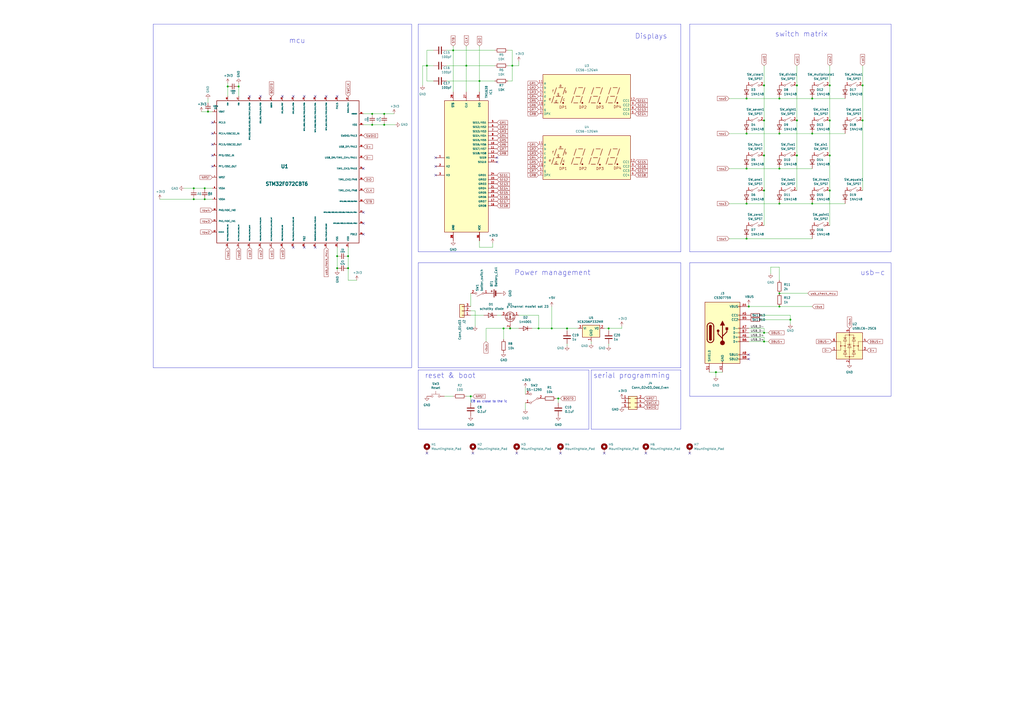
<source format=kicad_sch>
(kicad_sch (version 20230121) (generator eeschema)
  (paper "A2")
  (junction (at 262.89 29.21))
  (junction (at 452.12 77.47))
  (junction (at 138.43 50.165))
  (junction (at 222.885 66.04))
  (junction (at 481.33 49.53))
  (junction (at 222.885 72.39))
  (junction (at 112.395 109.22))
  (junction (at 452.12 57.15))
  (junction (at 443.23 193.04))
  (junction (at 458.47 185.42))
  (junction (at 295.91 190.5))
  (junction (at 297.18 38.1))
  (junction (at 443.23 49.53))
  (junction (at 462.28 49.53))
  (junction (at 433.07 77.47))
  (junction (at 132.08 50.165))
  (junction (at 201.93 155.575))
  (junction (at 443.23 198.12))
  (junction (at 443.23 110.49))
  (junction (at 452.12 177.8))
  (junction (at 452.12 170.18))
  (junction (at 270.51 38.1))
  (junction (at 195.58 148.59))
  (junction (at 112.395 115.57))
  (junction (at 118.745 115.57))
  (junction (at 452.12 118.11))
  (junction (at 443.23 69.85))
  (junction (at 328.93 190.5))
  (junction (at 320.04 190.5))
  (junction (at 471.17 77.47))
  (junction (at 215.9 66.04))
  (junction (at 471.17 118.11))
  (junction (at 481.33 69.85))
  (junction (at 215.9 72.39))
  (junction (at 278.13 46.99))
  (junction (at 500.38 69.85))
  (junction (at 462.28 90.17))
  (junction (at 312.42 190.5))
  (junction (at 292.1 190.5))
  (junction (at 481.33 110.49))
  (junction (at 433.07 118.11))
  (junction (at 471.17 57.15))
  (junction (at 452.12 97.79))
  (junction (at 481.33 90.17))
  (junction (at 415.29 215.9))
  (junction (at 443.23 90.17))
  (junction (at 433.07 138.43))
  (junction (at 195.58 155.575))
  (junction (at 433.07 97.79))
  (junction (at 118.745 109.22))
  (junction (at 462.28 69.85))
  (junction (at 353.06 190.5))
  (junction (at 273.05 229.87))
  (junction (at 433.07 57.15))
  (junction (at 201.93 148.59))
  (junction (at 120.65 64.77))
  (junction (at 434.34 177.8))
  (junction (at 323.85 231.14))
  (junction (at 500.38 49.53))
  (junction (at 247.65 38.1))
  (no_connect (at 288.29 93.98))
  (no_connect (at 252.73 96.52))
  (no_connect (at 210.82 97.79))
  (no_connect (at 123.19 90.17))
  (no_connect (at 210.82 135.89))
  (no_connect (at 288.29 91.44))
  (no_connect (at 350.52 262.89))
  (no_connect (at 299.72 262.89))
  (no_connect (at 163.83 55.88))
  (no_connect (at 210.82 123.19))
  (no_connect (at 123.19 71.12))
  (no_connect (at 123.19 77.47))
  (no_connect (at 210.82 129.54))
  (no_connect (at 176.53 55.88))
  (no_connect (at 189.23 55.88))
  (no_connect (at 374.65 262.89))
  (no_connect (at 252.73 101.6))
  (no_connect (at 144.78 55.88))
  (no_connect (at 151.13 55.88))
  (no_connect (at 434.34 205.74))
  (no_connect (at 182.88 143.51))
  (no_connect (at 176.53 143.51))
  (no_connect (at 195.58 55.88))
  (no_connect (at 434.34 208.28))
  (no_connect (at 123.19 83.82))
  (no_connect (at 252.73 91.44))
  (no_connect (at 274.32 262.89))
  (no_connect (at 247.65 262.89))
  (no_connect (at 170.18 143.51))
  (no_connect (at 182.88 55.88))
  (no_connect (at 170.18 55.88))
  (no_connect (at 400.05 262.89))
  (no_connect (at 123.19 96.52))
  (no_connect (at 325.12 262.89))
  (wire (pts (xy 278.13 139.7) (xy 278.13 143.51)))
  (wire (pts (xy 116.84 64.77) (xy 120.65 64.77)))
  (wire (pts (xy 222.885 66.04) (xy 222.885 66.675)))
  (wire (pts (xy 462.28 90.17) (xy 462.28 110.49)))
  (wire (pts (xy 278.13 46.99) (xy 287.02 46.99)))
  (wire (pts (xy 132.08 50.165) (xy 132.08 55.88)))
  (wire (pts (xy 443.23 193.04) (xy 445.77 193.04)))
  (wire (pts (xy 350.52 190.5) (xy 353.06 190.5)))
  (wire (pts (xy 481.33 90.17) (xy 481.33 110.49)))
  (wire (pts (xy 471.17 118.11) (xy 490.22 118.11)))
  (wire (pts (xy 458.47 182.88) (xy 458.47 185.42)))
  (wire (pts (xy 222.885 66.04) (xy 228.6 66.04)))
  (wire (pts (xy 471.17 57.15) (xy 490.22 57.15)))
  (wire (pts (xy 441.96 182.88) (xy 458.47 182.88)))
  (wire (pts (xy 247.65 38.1) (xy 247.65 46.99)))
  (wire (pts (xy 481.33 38.1) (xy 481.33 49.53)))
  (wire (pts (xy 452.12 162.56) (xy 452.12 154.94)))
  (wire (pts (xy 434.34 176.53) (xy 434.34 177.8)))
  (wire (pts (xy 259.08 46.99) (xy 278.13 46.99)))
  (wire (pts (xy 294.64 29.21) (xy 297.18 29.21)))
  (wire (pts (xy 201.93 148.59) (xy 201.93 155.575)))
  (wire (pts (xy 195.58 148.59) (xy 196.215 148.59)))
  (wire (pts (xy 262.89 29.21) (xy 262.89 53.34)))
  (wire (pts (xy 434.34 195.58) (xy 443.23 195.58)))
  (wire (pts (xy 434.34 190.5) (xy 443.23 190.5)))
  (wire (pts (xy 112.395 115.57) (xy 118.745 115.57)))
  (wire (pts (xy 118.745 115.57) (xy 118.745 114.935)))
  (wire (pts (xy 481.33 69.85) (xy 481.33 90.17)))
  (wire (pts (xy 443.23 38.1) (xy 443.23 49.53)))
  (wire (pts (xy 273.05 229.87) (xy 273.05 233.68)))
  (wire (pts (xy 215.9 66.04) (xy 222.885 66.04)))
  (wire (pts (xy 215.9 72.39) (xy 222.885 72.39)))
  (wire (pts (xy 443.23 198.12) (xy 445.77 198.12)))
  (wire (pts (xy 443.23 49.53) (xy 443.23 69.85)))
  (wire (pts (xy 443.23 110.49) (xy 443.23 130.81)))
  (wire (pts (xy 245.11 38.1) (xy 245.11 49.53)))
  (wire (pts (xy 320.04 177.8) (xy 320.04 190.5)))
  (wire (pts (xy 353.06 190.5) (xy 360.68 190.5)))
  (wire (pts (xy 323.85 231.14) (xy 325.12 231.14)))
  (wire (pts (xy 481.33 49.53) (xy 481.33 69.85)))
  (wire (pts (xy 278.13 46.99) (xy 278.13 53.34)))
  (wire (pts (xy 118.745 115.57) (xy 123.19 115.57)))
  (wire (pts (xy 195.58 156.845) (xy 195.58 155.575)))
  (wire (pts (xy 297.18 38.1) (xy 300.99 38.1)))
  (wire (pts (xy 434.34 193.04) (xy 443.23 193.04)))
  (wire (pts (xy 500.38 69.85) (xy 500.38 110.49)))
  (wire (pts (xy 257.81 229.87) (xy 262.89 229.87)))
  (wire (pts (xy 132.08 50.165) (xy 132.715 50.165)))
  (wire (pts (xy 458.47 185.42) (xy 458.47 187.96)))
  (wire (pts (xy 422.91 97.79) (xy 433.07 97.79)))
  (wire (pts (xy 106.68 109.22) (xy 112.395 109.22)))
  (wire (pts (xy 112.395 109.22) (xy 112.395 109.855)))
  (wire (pts (xy 328.93 190.5) (xy 335.28 190.5)))
  (wire (pts (xy 297.18 38.1) (xy 297.18 46.99)))
  (wire (pts (xy 300.99 35.56) (xy 300.99 38.1)))
  (wire (pts (xy 215.9 66.04) (xy 215.9 66.675)))
  (wire (pts (xy 322.58 231.14) (xy 323.85 231.14)))
  (wire (pts (xy 411.48 215.9) (xy 415.29 215.9)))
  (wire (pts (xy 462.28 49.53) (xy 462.28 69.85)))
  (wire (pts (xy 443.23 195.58) (xy 443.23 198.12)))
  (wire (pts (xy 195.58 155.575) (xy 196.215 155.575)))
  (wire (pts (xy 452.12 118.11) (xy 471.17 118.11)))
  (wire (pts (xy 433.07 97.79) (xy 452.12 97.79)))
  (wire (pts (xy 201.295 155.575) (xy 201.93 155.575)))
  (wire (pts (xy 195.58 143.51) (xy 195.58 148.59)))
  (wire (pts (xy 262.89 29.21) (xy 287.02 29.21)))
  (wire (pts (xy 222.885 71.755) (xy 222.885 72.39)))
  (wire (pts (xy 247.65 29.21) (xy 247.65 38.1)))
  (wire (pts (xy 452.12 177.8) (xy 471.17 177.8)))
  (wire (pts (xy 471.17 77.47) (xy 490.22 77.47)))
  (wire (pts (xy 273.05 170.18) (xy 273.05 177.8)))
  (wire (pts (xy 462.28 38.1) (xy 462.28 49.53)))
  (wire (pts (xy 452.12 154.94) (xy 447.04 154.94)))
  (wire (pts (xy 422.91 57.15) (xy 433.07 57.15)))
  (wire (pts (xy 281.94 198.12) (xy 281.94 190.5)))
  (wire (pts (xy 247.65 38.1) (xy 245.11 38.1)))
  (wire (pts (xy 118.745 109.22) (xy 123.19 109.22)))
  (wire (pts (xy 433.07 138.43) (xy 471.17 138.43)))
  (wire (pts (xy 270.51 38.1) (xy 287.02 38.1)))
  (wire (pts (xy 201.93 162.56) (xy 207.01 162.56)))
  (wire (pts (xy 259.08 29.21) (xy 262.89 29.21)))
  (wire (pts (xy 112.395 109.22) (xy 118.745 109.22)))
  (wire (pts (xy 210.82 66.04) (xy 215.9 66.04)))
  (wire (pts (xy 441.96 185.42) (xy 458.47 185.42)))
  (wire (pts (xy 443.23 190.5) (xy 443.23 193.04)))
  (wire (pts (xy 275.59 180.34) (xy 275.59 189.23)))
  (wire (pts (xy 247.65 38.1) (xy 251.46 38.1)))
  (wire (pts (xy 443.23 90.17) (xy 443.23 110.49)))
  (wire (pts (xy 500.38 49.53) (xy 500.38 69.85)))
  (wire (pts (xy 262.89 26.67) (xy 262.89 29.21)))
  (wire (pts (xy 312.42 182.88) (xy 312.42 190.5)))
  (wire (pts (xy 120.65 64.77) (xy 123.19 64.77)))
  (wire (pts (xy 452.12 97.79) (xy 471.17 97.79)))
  (wire (pts (xy 297.18 29.21) (xy 297.18 38.1)))
  (wire (pts (xy 294.64 38.1) (xy 297.18 38.1)))
  (wire (pts (xy 342.9 198.12) (xy 342.9 199.39)))
  (wire (pts (xy 295.91 190.5) (xy 300.99 190.5)))
  (wire (pts (xy 215.9 72.39) (xy 215.9 71.755)))
  (wire (pts (xy 452.12 77.47) (xy 471.17 77.47)))
  (wire (pts (xy 273.05 180.34) (xy 275.59 180.34)))
  (wire (pts (xy 422.91 118.11) (xy 433.07 118.11)))
  (wire (pts (xy 433.07 118.11) (xy 452.12 118.11)))
  (wire (pts (xy 308.61 190.5) (xy 312.42 190.5)))
  (wire (pts (xy 481.33 110.49) (xy 481.33 130.81)))
  (wire (pts (xy 422.91 77.47) (xy 433.07 77.47)))
  (wire (pts (xy 270.51 38.1) (xy 270.51 53.34)))
  (wire (pts (xy 353.06 199.39) (xy 353.06 200.66)))
  (wire (pts (xy 304.8 224.79) (xy 304.8 228.6)))
  (wire (pts (xy 92.71 115.57) (xy 112.395 115.57)))
  (wire (pts (xy 201.93 155.575) (xy 201.93 162.56)))
  (wire (pts (xy 132.08 48.26) (xy 132.08 50.165)))
  (wire (pts (xy 353.06 191.77) (xy 353.06 190.5)))
  (wire (pts (xy 328.93 191.77) (xy 328.93 190.5)))
  (wire (pts (xy 415.29 215.9) (xy 419.1 215.9)))
  (wire (pts (xy 323.85 231.14) (xy 323.85 233.68)))
  (wire (pts (xy 270.51 229.87) (xy 273.05 229.87)))
  (wire (pts (xy 285.75 140.97) (xy 285.75 143.51)))
  (wire (pts (xy 500.38 38.1) (xy 500.38 49.53)))
  (wire (pts (xy 118.745 109.22) (xy 118.745 109.855)))
  (wire (pts (xy 422.91 138.43) (xy 433.07 138.43)))
  (wire (pts (xy 259.08 38.1) (xy 270.51 38.1)))
  (wire (pts (xy 270.51 26.67) (xy 270.51 38.1)))
  (wire (pts (xy 120.65 57.15) (xy 120.65 59.69)))
  (wire (pts (xy 210.82 72.39) (xy 215.9 72.39)))
  (wire (pts (xy 273.05 182.88) (xy 280.67 182.88)))
  (wire (pts (xy 112.395 114.935) (xy 112.395 115.57)))
  (wire (pts (xy 247.65 46.99) (xy 251.46 46.99)))
  (wire (pts (xy 452.12 170.18) (xy 468.63 170.18)))
  (wire (pts (xy 195.58 148.59) (xy 195.58 155.575)))
  (wire (pts (xy 312.42 190.5) (xy 320.04 190.5)))
  (wire (pts (xy 278.13 26.67) (xy 278.13 46.99)))
  (wire (pts (xy 300.99 182.88) (xy 312.42 182.88)))
  (wire (pts (xy 328.93 199.39) (xy 328.93 200.66)))
  (wire (pts (xy 222.885 72.39) (xy 229.235 72.39)))
  (wire (pts (xy 201.93 148.59) (xy 201.295 148.59)))
  (wire (pts (xy 138.43 48.26) (xy 138.43 50.165)))
  (wire (pts (xy 201.93 143.51) (xy 201.93 148.59)))
  (wire (pts (xy 278.13 143.51) (xy 285.75 143.51)))
  (wire (pts (xy 452.12 57.15) (xy 471.17 57.15)))
  (wire (pts (xy 415.29 215.9) (xy 415.29 218.44)))
  (wire (pts (xy 273.05 229.87) (xy 274.32 229.87)))
  (wire (pts (xy 297.18 46.99) (xy 294.64 46.99)))
  (wire (pts (xy 138.43 50.165) (xy 137.795 50.165)))
  (wire (pts (xy 433.07 57.15) (xy 452.12 57.15)))
  (wire (pts (xy 304.8 233.68) (xy 304.8 237.49)))
  (wire (pts (xy 433.07 77.47) (xy 452.12 77.47)))
  (wire (pts (xy 292.1 190.5) (xy 292.1 196.85)))
  (wire (pts (xy 281.94 190.5) (xy 292.1 190.5)))
  (wire (pts (xy 434.34 198.12) (xy 443.23 198.12)))
  (wire (pts (xy 434.34 177.8) (xy 452.12 177.8)))
  (wire (pts (xy 251.46 29.21) (xy 247.65 29.21)))
  (wire (pts (xy 360.68 190.5) (xy 360.68 189.23)))
  (wire (pts (xy 462.28 69.85) (xy 462.28 90.17)))
  (wire (pts (xy 320.04 190.5) (xy 328.93 190.5)))
  (wire (pts (xy 288.29 182.88) (xy 290.83 182.88)))
  (wire (pts (xy 443.23 69.85) (xy 443.23 90.17)))
  (wire (pts (xy 292.1 190.5) (xy 295.91 190.5)))
  (wire (pts (xy 138.43 50.165) (xy 138.43 55.88)))
  (wire (pts (xy 447.04 154.94) (xy 447.04 158.75)))
  (rectangle (start 400.05 13.97) (end 516.89 146.05))
  (rectangle (start 242.57 214.63) (end 341.63 248.92))
  (rectangle (start 88.9 13.97) (end 238.76 213.36))
  (rectangle (start 342.9 214.63) (end 394.97 248.92))
  (rectangle (start 242.57 13.97) (end 394.97 146.05))
  (rectangle (start 242.57 152.4) (end 394.97 213.36))
  (rectangle (start 400.05 152.4) (end 516.89 229.87))
  (text "Displays" (at 368.3 22.86 0) (effects (font (size 3 3)) (justify left bottom)))
  (text "serial programming" (at 344.17 219.71 0) (effects (font (size 3 3)) (justify left bottom)))
  (text "mcu\n" (at 167.64 25.4 0) (effects (font (size 3 3)) (justify left bottom)))
  (text "switch matrix" (at 449.58 21.59 0) (effects (font (size 3 3)) (justify left bottom)))
  (text "usb-c" (at 499.11 160.02 0) (effects (font (size 3 3)) (justify left bottom)))
  (text "Power management" (at 298.45 160.02 0) (effects (font (size 3 3)) (justify left bottom)))
  (text "C8 as close to the ic\n" (at 273.05 233.68 0) (effects (font (size 1.27 1.27)) (justify left bottom)))
  (text "reset & boot" (at 246.38 219.71 0) (effects (font (size 3 3)) (justify left bottom)))
  (label "USB_D-" (at 443.23 190.5 180))
  (label "USB_D-" (at 443.23 193.04 180))
  (label "USB_D+" (at 443.23 198.12 180))
  (label "USB_D+" (at 443.23 195.58 180))
  (global_label "usb_check_mcu" (shape input) (at 468.63 170.18 0) (property "Intersheetrefs" "${INTERSHEET_REFS}" (effects hide)))
  (global_label "GR7" (shape input) (at 288.29 86.36 0) (property "Intersheetrefs" "${INTERSHEET_REFS}" (effects hide)))
  (global_label "GR8" (shape input) (at 312.42 101.6 180) (property "Intersheetrefs" "${INTERSHEET_REFS}" (effects hide)))
  (global_label "STB" (shape input) (at 210.82 116.84 0) (property "Intersheetrefs" "${INTERSHEET_REFS}" (effects hide)))
  (global_label "SEG4" (shape input) (at 288.29 109.22 0) (property "Intersheetrefs" "${INTERSHEET_REFS}" (effects hide)))
  (global_label "col0" (shape input) (at 163.83 143.51 270) (property "Intersheetrefs" "${INTERSHEET_REFS}" (effects hide)))
  (global_label "D+" (shape input) (at 502.92 203.2 0) (property "Intersheetrefs" "${INTERSHEET_REFS}" (effects hide)))
  (global_label "SEG3" (shape input) (at 288.29 106.68 0) (property "Intersheetrefs" "${INTERSHEET_REFS}" (effects hide)))
  (global_label "SWDIO" (shape input) (at 373.38 236.22 0) (property "Intersheetrefs" "${INTERSHEET_REFS}" (effects hide)))
  (global_label "GR1" (shape input) (at 312.42 48.26 180) (property "Intersheetrefs" "${INTERSHEET_REFS}" (effects hide)))
  (global_label "SEG6" (shape input) (at 288.29 114.3 0) (property "Intersheetrefs" "${INTERSHEET_REFS}" (effects hide)))
  (global_label "col0" (shape input) (at 443.23 38.1 90) (property "Intersheetrefs" "${INTERSHEET_REFS}" (effects hide)))
  (global_label "GR6" (shape input) (at 288.29 83.82 0) (property "Intersheetrefs" "${INTERSHEET_REFS}" (effects hide)))
  (global_label "row2" (shape input) (at 123.19 134.62 180) (property "Intersheetrefs" "${INTERSHEET_REFS}" (effects hide)))
  (global_label "GR4" (shape input) (at 288.29 78.74 0) (property "Intersheetrefs" "${INTERSHEET_REFS}" (effects hide)))
  (global_label "row3" (shape input) (at 422.91 118.11 180) (property "Intersheetrefs" "${INTERSHEET_REFS}" (effects hide)))
  (global_label "row0" (shape input) (at 422.91 57.15 180) (property "Intersheetrefs" "${INTERSHEET_REFS}" (effects hide)))
  (global_label "GR4" (shape input) (at 312.42 55.88 180) (property "Intersheetrefs" "${INTERSHEET_REFS}" (effects hide)))
  (global_label "usb_check_mcu" (shape input) (at 189.23 143.51 270) (property "Intersheetrefs" "${INTERSHEET_REFS}" (effects hide)))
  (global_label "col2" (shape input) (at 481.33 38.1 90) (property "Intersheetrefs" "${INTERSHEET_REFS}" (effects hide)))
  (global_label "SEG8" (shape input) (at 368.3 101.6 0) (property "Intersheetrefs" "${INTERSHEET_REFS}" (effects hide)))
  (global_label "col1" (shape input) (at 462.28 38.1 90) (property "Intersheetrefs" "${INTERSHEET_REFS}" (effects hide)))
  (global_label "col3" (shape input) (at 500.38 38.1 90) (property "Intersheetrefs" "${INTERSHEET_REFS}" (effects hide)))
  (global_label "DBUS-" (shape input) (at 482.6 198.12 180) (property "Intersheetrefs" "${INTERSHEET_REFS}" (effects hide)))
  (global_label "col1" (shape input) (at 157.48 143.51 270) (property "Intersheetrefs" "${INTERSHEET_REFS}" (effects hide)))
  (global_label "vbus" (shape input) (at 281.94 198.12 270) (property "Intersheetrefs" "${INTERSHEET_REFS}" (effects hide)))
  (global_label "NRST" (shape input) (at 274.32 229.87 0) (property "Intersheetrefs" "${INTERSHEET_REFS}" (effects hide)))
  (global_label "SEG4" (shape input) (at 368.3 66.04 0) (property "Intersheetrefs" "${INTERSHEET_REFS}" (effects hide)))
  (global_label "SWDIO" (shape input) (at 210.82 78.74 0) (property "Intersheetrefs" "${INTERSHEET_REFS}" (effects hide)))
  (global_label "GR2" (shape input) (at 288.29 73.66 0) (property "Intersheetrefs" "${INTERSHEET_REFS}" (effects hide)))
  (global_label "DIO" (shape input) (at 210.82 104.14 0) (property "Intersheetrefs" "${INTERSHEET_REFS}" (effects hide)))
  (global_label "NRST" (shape input) (at 123.19 102.87 180) (property "Intersheetrefs" "${INTERSHEET_REFS}" (effects hide)))
  (global_label "NRST" (shape input) (at 373.38 231.14 0) (property "Intersheetrefs" "${INTERSHEET_REFS}" (effects hide)))
  (global_label "GR3" (shape input) (at 288.29 76.2 0) (property "Intersheetrefs" "${INTERSHEET_REFS}" (effects hide)))
  (global_label "DBUS+" (shape input) (at 445.77 198.12 0) (property "Intersheetrefs" "${INTERSHEET_REFS}" (effects hide)))
  (global_label "D+" (shape input) (at 210.82 85.09 0) (property "Intersheetrefs" "${INTERSHEET_REFS}" (effects hide)))
  (global_label "SWCLK" (shape input) (at 373.38 233.68 0) (property "Intersheetrefs" "${INTERSHEET_REFS}" (effects hide)))
  (global_label "GR2" (shape input) (at 312.42 50.8 180) (property "Intersheetrefs" "${INTERSHEET_REFS}" (effects hide)))
  (global_label "D-" (shape input) (at 482.6 203.2 180) (property "Intersheetrefs" "${INTERSHEET_REFS}" (effects hide)))
  (global_label "BOOT0" (shape input) (at 157.48 55.88 90) (property "Intersheetrefs" "${INTERSHEET_REFS}" (effects hide)))
  (global_label "SEG6" (shape input) (at 368.3 96.52 0) (property "Intersheetrefs" "${INTERSHEET_REFS}" (effects hide)))
  (global_label "row0" (shape input) (at 138.43 143.51 270) (property "Intersheetrefs" "${INTERSHEET_REFS}" (effects hide)))
  (global_label "GR6" (shape input) (at 312.42 96.52 180) (property "Intersheetrefs" "${INTERSHEET_REFS}" (effects hide)))
  (global_label "row4" (shape input) (at 123.19 121.92 180) (property "Intersheetrefs" "${INTERSHEET_REFS}" (effects hide)))
  (global_label "SEG1" (shape input) (at 288.29 101.6 0) (property "Intersheetrefs" "${INTERSHEET_REFS}" (effects hide)))
  (global_label "GR6" (shape input) (at 312.42 60.96 180) (property "Intersheetrefs" "${INTERSHEET_REFS}" (effects hide)))
  (global_label "SEG5" (shape input) (at 288.29 111.76 0) (property "Intersheetrefs" "${INTERSHEET_REFS}" (effects hide)))
  (global_label "GR2" (shape input) (at 312.42 86.36 180) (property "Intersheetrefs" "${INTERSHEET_REFS}" (effects hide)))
  (global_label "vbus" (shape input) (at 492.76 190.5 90) (property "Intersheetrefs" "${INTERSHEET_REFS}" (effects hide)))
  (global_label "SEG1" (shape input) (at 368.3 58.42 0) (property "Intersheetrefs" "${INTERSHEET_REFS}" (effects hide)))
  (global_label "GR3" (shape input) (at 312.42 53.34 180) (property "Intersheetrefs" "${INTERSHEET_REFS}" (effects hide)))
  (global_label "row1" (shape input) (at 132.08 143.51 270) (property "Intersheetrefs" "${INTERSHEET_REFS}" (effects hide)))
  (global_label "BOOT0" (shape input) (at 325.12 231.14 0) (property "Intersheetrefs" "${INTERSHEET_REFS}" (effects hide)))
  (global_label "SEG7" (shape input) (at 288.29 116.84 0) (property "Intersheetrefs" "${INTERSHEET_REFS}" (effects hide)))
  (global_label "GR5" (shape input) (at 288.29 81.28 0) (property "Intersheetrefs" "${INTERSHEET_REFS}" (effects hide)))
  (global_label "DIO" (shape input) (at 278.13 26.67 90) (property "Intersheetrefs" "${INTERSHEET_REFS}" (effects hide)))
  (global_label "vbus" (shape input) (at 471.17 177.8 0) (property "Intersheetrefs" "${INTERSHEET_REFS}" (effects hide)))
  (global_label "GR1" (shape input) (at 288.29 71.12 0) (property "Intersheetrefs" "${INTERSHEET_REFS}" (effects hide)))
  (global_label "GR8" (shape input) (at 288.29 88.9 0) (property "Intersheetrefs" "${INTERSHEET_REFS}" (effects hide)))
  (global_label "GR1" (shape input) (at 312.42 83.82 180) (property "Intersheetrefs" "${INTERSHEET_REFS}" (effects hide)))
  (global_label "STB" (shape input) (at 262.89 26.67 90) (property "Intersheetrefs" "${INTERSHEET_REFS}" (effects hide)))
  (global_label "SEG5" (shape input) (at 368.3 93.98 0) (property "Intersheetrefs" "${INTERSHEET_REFS}" (effects hide)))
  (global_label "col3" (shape input) (at 144.78 143.51 270) (property "Intersheetrefs" "${INTERSHEET_REFS}" (effects hide)))
  (global_label "GR5" (shape input) (at 312.42 93.98 180) (property "Intersheetrefs" "${INTERSHEET_REFS}" (effects hide)))
  (global_label "row1" (shape input) (at 422.91 77.47 180) (property "Intersheetrefs" "${INTERSHEET_REFS}" (effects hide)))
  (global_label "col2" (shape input) (at 151.13 143.51 270) (property "Intersheetrefs" "${INTERSHEET_REFS}" (effects hide)))
  (global_label "GR7" (shape input) (at 312.42 63.5 180) (property "Intersheetrefs" "${INTERSHEET_REFS}" (effects hide)))
  (global_label "SEG7" (shape input) (at 368.3 99.06 0) (property "Intersheetrefs" "${INTERSHEET_REFS}" (effects hide)))
  (global_label "row3" (shape input) (at 123.19 128.27 180) (property "Intersheetrefs" "${INTERSHEET_REFS}" (effects hide)))
  (global_label "CLK" (shape input) (at 210.82 110.49 0) (property "Intersheetrefs" "${INTERSHEET_REFS}" (effects hide)))
  (global_label "row2" (shape input) (at 422.91 97.79 180) (property "Intersheetrefs" "${INTERSHEET_REFS}" (effects hide)))
  (global_label "GR7" (shape input) (at 312.42 99.06 180) (property "Intersheetrefs" "${INTERSHEET_REFS}" (effects hide)))
  (global_label "SEG2" (shape input) (at 368.3 60.96 0) (property "Intersheetrefs" "${INTERSHEET_REFS}" (effects hide)))
  (global_label "row4" (shape input) (at 422.91 138.43 180) (property "Intersheetrefs" "${INTERSHEET_REFS}" (effects hide)))
  (global_label "SEG2" (shape input) (at 288.29 104.14 0) (property "Intersheetrefs" "${INTERSHEET_REFS}" (effects hide)))
  (global_label "SWCLK" (shape input) (at 201.93 55.88 90) (property "Intersheetrefs" "${INTERSHEET_REFS}" (effects hide)))
  (global_label "DBUS-" (shape input) (at 445.77 193.04 0) (property "Intersheetrefs" "${INTERSHEET_REFS}" (effects hide)))
  (global_label "GR4" (shape input) (at 312.42 91.44 180) (property "Intersheetrefs" "${INTERSHEET_REFS}" (effects hide)))
  (global_label "GR5" (shape input) (at 312.42 58.42 180) (property "Intersheetrefs" "${INTERSHEET_REFS}" (effects hide)))
  (global_label "SEG8" (shape input) (at 288.29 119.38 0) (property "Intersheetrefs" "${INTERSHEET_REFS}" (effects hide)))
  (global_label "GR3" (shape input) (at 312.42 88.9 180) (property "Intersheetrefs" "${INTERSHEET_REFS}" (effects hide)))
  (global_label "DBUS+" (shape input) (at 502.92 198.12 0) (property "Intersheetrefs" "${INTERSHEET_REFS}" (effects hide)))
  (global_label "CLK" (shape input) (at 270.51 26.67 90) (property "Intersheetrefs" "${INTERSHEET_REFS}" (effects hide)))
  (global_label "D-" (shape input) (at 210.82 91.44 0) (property "Intersheetrefs" "${INTERSHEET_REFS}" (effects hide)))
  (global_label "GR8" (shape input) (at 312.42 66.04 180) (property "Intersheetrefs" "${INTERSHEET_REFS}" (effects hide)))
  (global_label "SEG3" (shape input) (at 368.3 63.5 0) (property "Intersheetrefs" "${INTERSHEET_REFS}" (effects hide)))
  (symbol (lib_id "power:GND") (at 292.1 204.47 0) (unit 1)
    (property "Reference" "#PWR017" (effects hide))
    (property "Value" "GND" (at 292.227 208.8642 0))
  )
  (symbol (lib_id "Mechanical:MountingHole_Pad") (at 247.65 260.35 0) (unit 1)
    (property "Reference" "H1" (at 250.19 257.81 0) (effects (justify left)))
    (property "Value" "MountingHole_Pad" (at 250.19 260.35 0) (effects (justify left)))
    (property "Footprint" "MountingHole:MountingHole_2.2mm_M2_DIN965_Pad" (effects hide))
  )
  (symbol (lib_id "Device:R") (at 452.12 166.37 0) (unit 1)
    (property "Reference" "R11" (at 454.66 165.1 0) (effects (justify left)))
    (property "Value" "2k" (at 454.66 167.64 0) (effects (justify left)))
    (property "Footprint" "Capacitor_SMD:C_0402_1005Metric" (effects hide))
  )
  (symbol (lib_id "Switch:SW_SPST") (at 495.3 49.53 0) (unit 1)
    (property "Reference" "SW_minus1" (at 495.3 43.18 0))
    (property "Value" "SW_SPST" (at 495.3 45.72 0))
    (property "Footprint" "georgs_lib:geo1.00u_PCB" (effects hide))
  )
  (symbol (lib_id "power:GND") (at 120.65 57.15 180) (unit 1)
    (property "Reference" "#PWR03" (effects hide))
    (property "Value" "GND" (at 120.523 53.8988 90) (effects (justify right)))
  )
  (symbol (lib_id "Device:Battery_Cell") (at 288.29 170.18 90) (unit 1)
    (property "Reference" "BT1" (at 285.1785 166.37 0) (effects (justify left)))
    (property "Value" "Battery_Cell" (at 287.7185 166.37 0) (effects (justify left)))
    (property "Footprint" "Battery:BatteryHolder_Keystone_2460_1xAA" (effects hide))
  )
  (symbol (lib_id "power:GND") (at 138.43 48.26 180) (unit 1)
    (property "Reference" "#PWR02" (effects hide))
    (property "Value" "GND" (at 138.303 45.0088 90) (effects (justify right)))
  )
  (symbol (lib_id "acheron_Symbols:STM32F072-LQFP48") (at 166.37 100.33 0) (unit 1)
    (property "Reference" "U1" (at 165.1 96.52 0) (effects (font (size 2.0066 2.0066) bold)))
    (property "Value" "STM32F072CBT6" (at 166.37 106.68 0) (effects (font (size 2.0066 2.0066) bold)))
    (property "Footprint" "georgs_lib:STM32L072CBT6" (effects hide))
  )
  (symbol (lib_id "Regulator_Linear:NCP1117-3.3_SOT223") (at 342.9 190.5 0) (unit 1)
    (property "Reference" "U5" (at 342.9 184.3532 0))
    (property "Value" "XC6206P332MR " (at 342.9 186.6646 0))
    (property "Footprint" "Package_TO_SOT_SMD:SOT-23" (effects hide))
    (property "Datasheet" "http://www.onsemi.com/pub_link/Collateral/NCP1117-D.PDF" (effects hide))
  )
  (symbol (lib_id "Transistor_FET:BS250") (at 295.91 185.42 270) (mirror x) (unit 1)
    (property "Reference" "Q1" (at 295.91 176.53 90))
    (property "Value" "p channel mosfet sot 23" (at 306.07 177.8 90))
    (property "Footprint" "Package_TO_SOT_SMD:SOT-23" (effects hide))
    (property "Datasheet" "http://www.vishay.com/docs/70209/70209.pdf" (effects hide))
  )
  (symbol (lib_id "Switch:SW_SPST") (at 476.25 110.49 0) (unit 1)
    (property "Reference" "SW_three1" (at 476.25 104.14 0))
    (property "Value" "SW_SPST" (at 476.25 106.68 0))
    (property "Footprint" "georgs_lib:geo1.00u_PCB" (effects hide))
  )
  (symbol (lib_id "Device:R") (at 266.7 229.87 90) (unit 1)
    (property "Reference" "R2" (at 266.7 223.52 90))
    (property "Value" "100" (at 266.7 226.06 90))
    (property "Footprint" "Capacitor_SMD:C_0402_1005Metric" (effects hide))
  )
  (symbol (lib_id "power:GND") (at 290.83 170.18 90) (unit 1)
    (property "Reference" "#PWR013" (effects hide))
    (property "Value" "GND" (at 295.91 170.18 0))
  )
  (symbol (lib_id "power:+3V3") (at 207.01 162.56 0) (unit 1)
    (property "Reference" "#PWR015" (effects hide))
    (property "Value" "+3V3" (at 207.391 158.1658 0))
  )
  (symbol (lib_id "Switch:SW_SPST") (at 476.25 49.53 0) (unit 1)
    (property "Reference" "SW_mutiplicate1" (at 476.25 43.18 0))
    (property "Value" "SW_SPST" (at 476.25 45.72 0))
    (property "Footprint" "georgs_lib:geo1.00u_PCB" (effects hide))
  )
  (symbol (lib_id "Device:D") (at 304.8 190.5 180) (unit 1)
    (property "Reference" "D2" (at 304.8 184.15 0))
    (property "Value" "1n4001" (at 304.8 186.69 0))
    (property "Footprint" "Diode_SMD:Nexperia_CFP3_SOD-123W" (effects hide))
    (property "Sim.Device" "D" (effects hide))
    (property "Sim.Pins" "1=K 2=A" (effects hide))
  )
  (symbol (lib_id "power:GND") (at 262.89 139.7 0) (unit 1)
    (property "Reference" "#PWR014" (effects hide))
    (property "Value" "GND" (at 262.89 144.78 0))
  )
  (symbol (lib_id "Switch:SW_SPST") (at 476.25 130.81 0) (unit 1)
    (property "Reference" "SW_point1" (at 476.25 124.46 0))
    (property "Value" "SW_SPST" (at 476.25 127 0))
    (property "Footprint" "georgs_lib:geo1.00u_PCB" (effects hide))
  )
  (symbol (lib_id "Switch:SW_SPST") (at 495.3 69.85 0) (unit 1)
    (property "Reference" "SW_plus1" (at 495.3 63.5 0))
    (property "Value" "SW_SPST" (at 495.3 66.04 0))
    (property "Footprint" "georgs_lib:geo2.00u_Vertical_PCB" (effects hide))
  )
  (symbol (lib_id "bakeneko-65-pcb-rescue:SW_Push-Switch") (at 252.73 229.87 0) (unit 1)
    (property "Reference" "SW3" (at 252.73 222.631 0))
    (property "Value" "Reset" (at 252.73 224.9424 0))
    (property "Footprint" "Button_Switch_SMD:SW_SPST_TL3342" (effects hide))
    (property "LCSC Part #" "C318884" (effects hide))
  )
  (symbol (lib_id "Connector:USB_C_Receptacle_USB2.0") (at 419.1 193.04 0) (unit 1)
    (property "Reference" "J3" (at 419.1 170.18 0))
    (property "Value" "C5307759" (at 419.1 172.72 0))
    (property "Footprint" "Connector_USB:USB_C_Receptacle_G-Switch_GT-USB-7010ASV" (effects hide))
    (property "Datasheet" "https://www.usb.org/sites/default/files/documents/usb_type-c.zip" (effects hide))
  )
  (symbol (lib_id "power:GND") (at 328.93 200.66 0) (unit 1)
    (property "Reference" "#PWR024" (effects hide))
    (property "Value" "GND" (at 325.12 201.93 0))
  )
  (symbol (lib_id "power:+3V3") (at 228.6 66.04 0) (unit 1)
    (property "Reference" "#PWR021" (effects hide))
    (property "Value" "+3V3" (at 228.981 61.6458 0))
  )
  (symbol (lib_id "Device:D") (at 433.07 53.34 90) (unit 1)
    (property "Reference" "D3" (at 435.61 52.07 90) (effects (justify right)))
    (property "Value" "1N4148" (at 435.61 54.61 90) (effects (justify right)))
    (property "Footprint" "Diode_SMD:Nexperia_CFP3_SOD-123W" (effects hide))
    (property "Sim.Device" "D" (effects hide))
    (property "Sim.Pins" "1=K 2=A" (effects hide))
  )
  (symbol (lib_id "Device:C_Small") (at 112.395 112.395 0) (unit 1)
    (property "Reference" "C4" (at 116.205 112.395 90) (effects (font (size 0.7874 0.7874))))
    (property "Value" "1u" (at 114.935 112.395 90) (effects (font (size 0.7874 0.7874))))
    (property "Footprint" "Capacitor_SMD:C_0402_1005Metric" (effects hide))
    (property "Package" "C0402" (effects hide))
  )
  (symbol (lib_id "Mechanical:MountingHole_Pad") (at 374.65 260.35 0) (unit 1)
    (property "Reference" "H6" (at 377.19 257.81 0) (effects (justify left)))
    (property "Value" "MountingHole_Pad" (at 377.19 260.35 0) (effects (justify left)))
    (property "Footprint" "MountingHole:MountingHole_2.2mm_M2_DIN965_Pad" (effects hide))
  )
  (symbol (lib_id "Device:C") (at 328.93 195.58 0) (unit 1)
    (property "Reference" "C19" (at 331.851 194.4116 0) (effects (justify left)))
    (property "Value" "1u" (at 331.851 196.723 0) (effects (justify left)))
    (property "Footprint" "Capacitor_SMD:C_0805_2012Metric" (effects hide))
  )
  (symbol (lib_id "Power_Protection:USBLC6-2SC6") (at 492.76 200.66 0) (unit 1)
    (property "Reference" "U2" (at 494.4111 187.96 0) (effects (justify left)))
    (property "Value" "USBLC6-2SC6" (at 494.4111 190.5 0) (effects (justify left)))
    (property "Footprint" "Package_TO_SOT_SMD:SOT-23-6" (effects hide))
    (property "Datasheet" "https://www.st.com/resource/en/datasheet/usblc6-2.pdf" (effects hide))
  )
  (symbol (lib_id "Switch:SW_SPST") (at 278.13 170.18 180) (unit 1)
    (property "Reference" "SW1" (at 276.86 168.91 90) (effects (justify right)))
    (property "Value" "batter_switch" (at 279.4 168.91 90) (effects (justify right)))
    (property "Footprint" "georgs_lib:SK12D07VG4_slider" (effects hide))
  )
  (symbol (lib_id "Device:C_Small") (at 120.65 62.23 0) (unit 1)
    (property "Reference" "C9" (at 125.095 62.865 0) (effects (font (size 0.7874 0.7874))))
    (property "Value" "100n" (at 125.095 61.595 0) (effects (font (size 0.7874 0.7874))))
    (property "Footprint" "Capacitor_SMD:C_0402_1005Metric" (effects hide))
    (property "Package" "C0402" (effects hide))
  )
  (symbol (lib_id "Switch:SW_SPST") (at 438.15 110.49 0) (unit 1)
    (property "Reference" "SW_one1" (at 438.15 104.14 0))
    (property "Value" "SW_SPST" (at 438.15 106.68 0))
    (property "Footprint" "georgs_lib:geo1.00u_PCB" (effects hide))
  )
  (symbol (lib_id "Device:D") (at 433.07 73.66 90) (unit 1)
    (property "Reference" "D4" (at 435.61 72.39 90) (effects (justify right)))
    (property "Value" "1N4148" (at 435.61 74.93 90) (effects (justify right)))
    (property "Footprint" "Diode_SMD:Nexperia_CFP3_SOD-123W" (effects hide))
    (property "Sim.Device" "D" (effects hide))
    (property "Sim.Pins" "1=K 2=A" (effects hide))
  )
  (symbol (lib_id "power:+5V") (at 320.04 177.8 0) (unit 1)
    (property "Reference" "#PWR023" (effects hide))
    (property "Value" "+5V" (at 320.04 172.72 0))
  )
  (symbol (lib_id "Switch:SW_SPST") (at 457.2 49.53 0) (unit 1)
    (property "Reference" "SW_divide1" (at 457.2 43.18 0))
    (property "Value" "SW_SPST" (at 457.2 45.72 0))
    (property "Footprint" "georgs_lib:geo1.00u_PCB" (effects hide))
  )
  (symbol (lib_id "Mechanical:MountingHole_Pad") (at 350.52 260.35 0) (unit 1)
    (property "Reference" "H5" (at 353.06 257.81 0) (effects (justify left)))
    (property "Value" "MountingHole_Pad" (at 353.06 260.35 0) (effects (justify left)))
    (property "Footprint" "MountingHole:MountingHole_2.2mm_M2_DIN965_Pad" (effects hide))
  )
  (symbol (lib_id "Device:R") (at 438.15 185.42 90) (unit 1)
    (property "Reference" "R10" (at 441.96 185.42 90))
    (property "Value" "5k1" (at 438.15 185.42 90))
    (property "Footprint" "Capacitor_SMD:C_0402_1005Metric" (effects hide))
  )
  (symbol (lib_id "Device:C_Small") (at 215.9 69.215 180) (unit 1)
    (property "Reference" "C1" (at 212.09 69.215 90) (effects (font (size 0.7874 0.7874))))
    (property "Value" "100n" (at 213.36 69.215 90) (effects (font (size 0.7874 0.7874))))
    (property "Footprint" "Capacitor_SMD:C_0402_1005Metric" (effects hide))
    (property "Package" "C0402" (effects hide))
  )
  (symbol (lib_id "Device:D_Schottky") (at 284.48 182.88 180) (unit 1)
    (property "Reference" "D1" (at 284.7975 176.53 0))
    (property "Value" "schottky diode " (at 285.75 179.07 0))
    (property "Footprint" "Diode_SMD:Nexperia_CFP3_SOD-123W" (effects hide))
  )
  (symbol (lib_id "power:GND") (at 360.68 236.22 0) (unit 1)
    (property "Reference" "#PWR010" (effects hide))
    (property "Value" "GND" (at 356.87 237.49 0))
  )
  (symbol (lib_id "Mechanical:MountingHole_Pad") (at 325.12 260.35 0) (unit 1)
    (property "Reference" "H4" (at 327.66 257.81 0) (effects (justify left)))
    (property "Value" "MountingHole_Pad" (at 327.66 260.35 0) (effects (justify left)))
    (property "Footprint" "MountingHole:MountingHole_2.2mm_M2_DIN965_Pad" (effects hide))
  )
  (symbol (lib_id "Switch:SW_SPST") (at 476.25 90.17 0) (unit 1)
    (property "Reference" "SW_six1" (at 476.25 83.82 0))
    (property "Value" "SW_SPST" (at 476.25 86.36 0))
    (property "Footprint" "georgs_lib:geo1.00u_PCB" (effects hide))
  )
  (symbol (lib_id "TM1638:TM1638") (at 270.51 96.52 270) (unit 1)
    (property "Reference" "IC1" (at 284.7087 53.34 0))
    (property "Value" "TM1638" (at 282.1687 53.34 0))
    (property "Footprint" "georgs_lib:SOP28 tm1638" (effects hide))
    (property "MF" "Titan Micro Electronics" (effects hide))
    (property "Description" "\nTM1638 has LED driver controller with the key-scan interface, MCU digital interface, data latch, LED high-pressure driver, key-scan is integrated into a single chip.\n" (effects hide))
    (property "Package" "Package" (effects hide))
    (property "Price" "None" (effects hide))
    (property "SnapEDA_Link" "https://www.snapeda.com/parts/TM1638/Titan+Micro+Electronics/view-part/?ref=snap" (effects hide))
    (property "MP" "TM1638" (effects hide))
    (property "Availability" "Not in stock" (effects hide))
    (property "Check_prices" "https://www.snapeda.com/parts/TM1638/Titan+Micro+Electronics/view-part/?ref=eda" (effects hide))
  )
  (symbol (lib_id "Device:D") (at 490.22 114.3 90) (unit 1)
    (property "Reference" "D19" (at 492.76 113.03 90) (effects (justify right)))
    (property "Value" "1N4148" (at 492.76 115.57 90) (effects (justify right)))
    (property "Footprint" "Diode_SMD:Nexperia_CFP3_SOD-123W" (effects hide))
    (property "Sim.Device" "D" (effects hide))
    (property "Sim.Pins" "1=K 2=A" (effects hide))
  )
  (symbol (lib_id "power:GND") (at 323.85 241.3 0) (unit 1)
    (property "Reference" "#PWR034" (effects hide))
    (property "Value" "GND" (at 323.85 246.38 0))
  )
  (symbol (lib_id "Device:D") (at 471.17 134.62 90) (unit 1)
    (property "Reference" "D16" (at 473.71 133.35 90) (effects (justify right)))
    (property "Value" "1N4148" (at 473.71 135.89 90) (effects (justify right)))
    (property "Footprint" "Diode_SMD:Nexperia_CFP3_SOD-123W" (effects hide))
    (property "Sim.Device" "D" (effects hide))
    (property "Sim.Pins" "1=K 2=A" (effects hide))
  )
  (symbol (lib_id "power:GND") (at 106.68 109.22 270) (unit 1)
    (property "Reference" "#PWR04" (effects hide))
    (property "Value" "GND" (at 103.4288 109.347 90) (effects (justify right)))
  )
  (symbol (lib_id "Device:C_Small") (at 198.755 148.59 90) (unit 1)
    (property "Reference" "C6" (at 198.755 144.78 90) (effects (font (size 0.7874 0.7874))))
    (property "Value" "100n" (at 198.755 146.05 90) (effects (font (size 0.7874 0.7874))))
    (property "Footprint" "Capacitor_SMD:C_0402_1005Metric" (effects hide))
    (property "Package" "C0402" (effects hide))
  )
  (symbol (lib_id "power:GND") (at 492.76 210.82 0) (unit 1)
    (property "Reference" "#PWR06" (effects hide))
    (property "Value" "GND" (at 492.76 215.9 0))
  )
  (symbol (lib_id "Mechanical:MountingHole_Pad") (at 299.72 260.35 0) (unit 1)
    (property "Reference" "H3" (at 302.26 257.81 0) (effects (justify left)))
    (property "Value" "MountingHole_Pad" (at 302.26 260.35 0) (effects (justify left)))
    (property "Footprint" "MountingHole:MountingHole_2.2mm_M2_DIN965_Pad" (effects hide))
  )
  (symbol (lib_id "power:GND") (at 273.05 241.3 0) (unit 1)
    (property "Reference" "#PWR08" (effects hide))
    (property "Value" "GND" (at 273.05 246.38 0))
  )
  (symbol (lib_id "power:+3V3") (at 304.8 224.79 0) (unit 1)
    (property "Reference" "#PWR09" (effects hide))
    (property "Value" "+3V3" (at 305.181 220.3958 0))
  )
  (symbol (lib_id "Device:C_Small") (at 118.745 112.395 0) (unit 1)
    (property "Reference" "C5" (at 122.555 112.395 90) (effects (font (size 0.7874 0.7874))))
    (property "Value" "10n" (at 121.285 112.395 90) (effects (font (size 0.7874 0.7874))))
    (property "Footprint" "Capacitor_SMD:C_0402_1005Metric" (effects hide))
    (property "Package" "C0402" (effects hide))
  )
  (symbol (lib_id "power:VBUS") (at 434.34 176.53 0) (unit 1)
    (property "Reference" "#PWR029" (effects hide))
    (property "Value" "VBUS" (at 434.721 172.1358 0))
  )
  (symbol (lib_id "Device:D") (at 471.17 114.3 90) (unit 1)
    (property "Reference" "D15" (at 473.71 113.03 90) (effects (justify right)))
    (property "Value" "1N4148" (at 473.71 115.57 90) (effects (justify right)))
    (property "Footprint" "Diode_SMD:Nexperia_CFP3_SOD-123W" (effects hide))
    (property "Sim.Device" "D" (effects hide))
    (property "Sim.Pins" "1=K 2=A" (effects hide))
  )
  (symbol (lib_id "power:+3V3") (at 92.71 115.57 0) (unit 1)
    (property "Reference" "#PWR018" (effects hide))
    (property "Value" "+3V3" (at 93.091 111.1758 0))
  )
  (symbol (lib_id "power:+3V3") (at 360.68 231.14 0) (unit 1)
    (property "Reference" "#PWR033" (effects hide))
    (property "Value" "+3V3" (at 361.061 226.7458 0))
  )
  (symbol (lib_id "Device:R") (at 452.12 173.99 0) (unit 1)
    (property "Reference" "R12" (at 454.66 172.72 0) (effects (justify left)))
    (property "Value" "1k" (at 454.66 175.26 0) (effects (justify left)))
    (property "Footprint" "Capacitor_SMD:C_0402_1005Metric" (effects hide))
  )
  (symbol (lib_id "Device:D") (at 452.12 73.66 90) (unit 1)
    (property "Reference" "D9" (at 454.66 72.39 90) (effects (justify right)))
    (property "Value" "1N4148" (at 454.66 74.93 90) (effects (justify right)))
    (property "Footprint" "Diode_SMD:Nexperia_CFP3_SOD-123W" (effects hide))
    (property "Sim.Device" "D" (effects hide))
    (property "Sim.Pins" "1=K 2=A" (effects hide))
  )
  (symbol (lib_id "Device:C") (at 255.27 38.1 90) (unit 1)
    (property "Reference" "C16" (at 259.08 39.37 90))
    (property "Value" "100pF" (at 259.08 41.91 90))
    (property "Footprint" "Capacitor_SMD:C_0805_2012Metric" (effects hide))
  )
  (symbol (lib_id "Device:C_Small") (at 198.755 155.575 90) (unit 1)
    (property "Reference" "C7" (at 198.755 151.765 90) (effects (font (size 0.7874 0.7874))))
    (property "Value" "4.7u" (at 198.755 153.035 90) (effects (font (size 0.7874 0.7874))))
    (property "Footprint" "Capacitor_SMD:C_0402_1005Metric" (effects hide))
    (property "Package" "C0402" (effects hide))
  )
  (symbol (lib_id "Device:R") (at 292.1 200.66 0) (unit 1)
    (property "Reference" "R8" (at 294.64 199.39 0) (effects (justify left)))
    (property "Value" "10k" (at 294.64 201.93 0) (effects (justify left)))
    (property "Footprint" "Capacitor_SMD:C_0402_1005Metric" (effects hide))
  )
  (symbol (lib_id "Device:D") (at 452.12 93.98 90) (unit 1)
    (property "Reference" "D10" (at 454.66 92.71 90) (effects (justify right)))
    (property "Value" "1N4148" (at 454.66 95.25 90) (effects (justify right)))
    (property "Footprint" "Diode_SMD:Nexperia_CFP3_SOD-123W" (effects hide))
    (property "Sim.Device" "D" (effects hide))
    (property "Sim.Pins" "1=K 2=A" (effects hide))
  )
  (symbol (lib_id "power:+3V3") (at 285.75 140.97 0) (unit 1)
    (property "Reference" "#PWR032" (effects hide))
    (property "Value" "+3V3" (at 286.131 136.5758 0))
  )
  (symbol (lib_id "power:GND") (at 247.65 229.87 0) (unit 1)
    (property "Reference" "#PWR07" (effects hide))
    (property "Value" "GND" (at 247.65 234.95 0))
  )
  (symbol (lib_id "power:GND") (at 353.06 200.66 0) (unit 1)
    (property "Reference" "#PWR027" (effects hide))
    (property "Value" "GND" (at 349.25 201.93 0))
  )
  (symbol (lib_id "Connector_Generic:Conn_01x03") (at 267.97 180.34 180) (unit 1)
    (property "Reference" "J2" (at 269.24 185.42 90) (effects (justify left)))
    (property "Value" "Conn_01x03" (at 266.7 185.42 90) (effects (justify left)))
    (property "Footprint" "Connector_PinHeader_2.54mm:PinHeader_1x03_P2.54mm_Vertical" (effects hide))
  )
  (symbol (lib_id "Switch:SW_SPST") (at 457.2 110.49 0) (unit 1)
    (property "Reference" "SW_two1" (at 457.2 104.14 0))
    (property "Value" "SW_SPST" (at 457.2 106.68 0))
    (property "Footprint" "georgs_lib:geo1.00u_PCB" (effects hide))
  )
  (symbol (lib_id "Device:D") (at 433.07 134.62 90) (unit 1)
    (property "Reference" "D7" (at 435.61 133.35 90) (effects (justify right)))
    (property "Value" "1N4148" (at 435.61 135.89 90) (effects (justify right)))
    (property "Footprint" "Diode_SMD:Nexperia_CFP3_SOD-123W" (effects hide))
    (property "Sim.Device" "D" (effects hide))
    (property "Sim.Pins" "1=K 2=A" (effects hide))
  )
  (symbol (lib_id "Device:C") (at 353.06 195.58 0) (unit 1)
    (property "Reference" "C20" (at 355.981 194.4116 0) (effects (justify left)))
    (property "Value" "1u" (at 355.981 196.723 0) (effects (justify left)))
    (property "Footprint" "Capacitor_SMD:C_0805_2012Metric" (effects hide))
  )
  (symbol (lib_id "Device:D") (at 452.12 114.3 90) (unit 1)
    (property "Reference" "D11" (at 454.66 113.03 90) (effects (justify right)))
    (property "Value" "1N4148" (at 454.66 115.57 90) (effects (justify right)))
    (property "Footprint" "Diode_SMD:Nexperia_CFP3_SOD-123W" (effects hide))
    (property "Sim.Device" "D" (effects hide))
    (property "Sim.Pins" "1=K 2=A" (effects hide))
  )
  (symbol (lib_id "Device:D") (at 433.07 93.98 90) (unit 1)
    (property "Reference" "D5" (at 435.61 92.71 90) (effects (justify right)))
    (property "Value" "1N4148" (at 435.61 95.25 90) (effects (justify right)))
    (property "Footprint" "Diode_SMD:Nexperia_CFP3_SOD-123W" (effects hide))
    (property "Sim.Device" "D" (effects hide))
    (property "Sim.Pins" "1=K 2=A" (effects hide))
  )
  (symbol (lib_id "Device:C") (at 323.85 237.49 0) (unit 1)
    (property "Reference" "C10" (at 327.66 236.22 0) (effects (justify left)))
    (property "Value" "0.1uF" (at 327.66 238.76 0) (effects (justify left)))
    (property "Footprint" "Capacitor_SMD:C_0402_1005Metric" (effects hide))
  )
  (symbol (lib_id "Device:R") (at 290.83 29.21 90) (unit 1)
    (property "Reference" "R5" (at 290.83 31.75 90))
    (property "Value" "10K" (at 290.83 34.29 90))
    (property "Footprint" "Capacitor_SMD:C_0402_1005Metric" (effects hide))
  )
  (symbol (lib_id "power:+3V3") (at 360.68 189.23 0) (unit 1)
    (property "Reference" "#PWR026" (effects hide))
    (property "Value" "+3V3" (at 361.061 184.8358 0))
  )
  (symbol (lib_id "Device:D") (at 471.17 73.66 90) (unit 1)
    (property "Reference" "D13" (at 473.71 72.39 90) (effects (justify right)))
    (property "Value" "1N4148" (at 473.71 74.93 90) (effects (justify right)))
    (property "Footprint" "Diode_SMD:Nexperia_CFP3_SOD-123W" (effects hide))
    (property "Sim.Device" "D" (effects hide))
    (property "Sim.Pins" "1=K 2=A" (effects hide))
  )
  (symbol (lib_id "Switch:SW_SPST") (at 438.15 90.17 0) (unit 1)
    (property "Reference" "SW_four1" (at 438.15 83.82 0))
    (property "Value" "SW_SPST" (at 438.15 86.36 0))
    (property "Footprint" "georgs_lib:geo1.00u_PCB" (effects hide))
  )
  (symbol (lib_id "Device:D") (at 471.17 93.98 90) (unit 1)
    (property "Reference" "D14" (at 473.71 92.71 90) (effects (justify right)))
    (property "Value" "1N4148" (at 473.71 95.25 90) (effects (justify right)))
    (property "Footprint" "Diode_SMD:Nexperia_CFP3_SOD-123W" (effects hide))
    (property "Sim.Device" "D" (effects hide))
    (property "Sim.Pins" "1=K 2=A" (effects hide))
  )
  (symbol (lib_id "Device:D") (at 490.22 53.34 90) (unit 1)
    (property "Reference" "D17" (at 492.76 52.07 90) (effects (justify right)))
    (property "Value" "1N4148" (at 492.76 54.61 90) (effects (justify right)))
    (property "Footprint" "Diode_SMD:Nexperia_CFP3_SOD-123W" (effects hide))
    (property "Sim.Device" "D" (effects hide))
    (property "Sim.Pins" "1=K 2=A" (effects hide))
  )
  (symbol (lib_id "power:GND") (at 447.04 158.75 0) (unit 1)
    (property "Reference" "#PWR030" (effects hide))
    (property "Value" "GND" (at 447.04 163.83 0))
  )
  (symbol (lib_id "Display_Character:CC56-12GWA") (at 340.36 91.44 0) (unit 1)
    (property "Reference" "U4" (at 340.36 73.66 0))
    (property "Value" "CC56-12GWA" (at 340.36 76.2 0))
    (property "Footprint" "georgs_lib:7seg_sr410361n" (effects hide))
    (property "Datasheet" "http://www.kingbrightusa.com/images/catalog/SPEC/CC56-12GWA.pdf" (effects hide))
  )
  (symbol (lib_id "power:GND") (at 342.9 199.39 0) (unit 1)
    (property "Reference" "#PWR025" (effects hide))
    (property "Value" "GND" (at 339.09 200.66 0))
  )
  (symbol (lib_id "Mechanical:MountingHole_Pad") (at 400.05 260.35 0) (unit 1)
    (property "Reference" "H7" (at 402.59 257.81 0) (effects (justify left)))
    (property "Value" "MountingHole_Pad" (at 402.59 260.35 0) (effects (justify left)))
    (property "Footprint" "MountingHole:MountingHole_2.2mm_M2_DIN965_Pad" (effects hide))
  )
  (symbol (lib_id "power:GND") (at 195.58 156.845 0) (unit 1)
    (property "Reference" "#PWR05" (effects hide))
    (property "Value" "GND" (at 195.707 160.0962 90) (effects (justify right)))
  )
  (symbol (lib_id "Device:C") (at 255.27 29.21 90) (unit 1)
    (property "Reference" "C15" (at 259.08 30.48 90))
    (property "Value" "100pF" (at 259.08 33.02 90))
    (property "Footprint" "Capacitor_SMD:C_0805_2012Metric" (effects hide))
  )
  (symbol (lib_id "Switch:SW_SPST") (at 495.3 110.49 0) (unit 1)
    (property "Reference" "SW_equals1" (at 495.3 104.14 0))
    (property "Value" "SW_SPST" (at 495.3 106.68 0))
    (property "Footprint" "georgs_lib:geo2.00u_Vertical_PCB" (effects hide))
  )
  (symbol (lib_id "Display_Character:CC56-12GWA") (at 340.36 55.88 0) (unit 1)
    (property "Reference" "U3" (at 340.36 38.1 0))
    (property "Value" "CC56-12GWA" (at 340.36 40.64 0))
    (property "Footprint" "georgs_lib:7seg_sr410361n" (effects hide))
    (property "Datasheet" "http://www.kingbrightusa.com/images/catalog/SPEC/CC56-12GWA.pdf" (effects hide))
  )
  (symbol (lib_id "Device:R") (at 438.15 182.88 90) (unit 1)
    (property "Reference" "R13" (at 441.96 182.88 90))
    (property "Value" "5k1" (at 438.15 182.88 90))
    (property "Footprint" "Capacitor_SMD:C_0402_1005Metric" (effects hide))
  )
  (symbol (lib_id "Switch:SW_SPST") (at 438.15 69.85 0) (unit 1)
    (property "Reference" "SW_seven1" (at 438.15 63.5 0))
    (property "Value" "SW_SPST" (at 438.15 66.04 0))
    (property "Footprint" "georgs_lib:geo1.00u_PCB" (effects hide))
  )
  (symbol (lib_id "power:GND") (at 245.11 49.53 0) (unit 1)
    (property "Reference" "#PWR012" (effects hide))
    (property "Value" "GND" (at 245.11 54.61 0))
  )
  (symbol (lib_id "power:GND") (at 415.29 218.44 0) (unit 1)
    (property "Reference" "#PWR028" (effects hide))
    (property "Value" "GND" (at 415.29 223.52 0))
  )
  (symbol (lib_id "power:GND") (at 458.47 187.96 0) (unit 1)
    (property "Reference" "#PWR031" (effects hide))
    (property "Value" "GND" (at 458.47 191.77 0))
  )
  (symbol (lib_id "Device:D") (at 452.12 53.34 90) (unit 1)
    (property "Reference" "D8" (at 454.66 52.07 90) (effects (justify right)))
    (property "Value" "1N4148" (at 454.66 54.61 90) (effects (justify right)))
    (property "Footprint" "Diode_SMD:Nexperia_CFP3_SOD-123W" (effects hide))
    (property "Sim.Device" "D" (effects hide))
    (property "Sim.Pins" "1=K 2=A" (effects hide))
  )
  (symbol (lib_id "Mechanical:MountingHole_Pad") (at 274.32 260.35 0) (unit 1)
    (property "Reference" "H2" (at 276.86 257.81 0) (effects (justify left)))
    (property "Value" "MountingHole_Pad" (at 276.86 260.35 0) (effects (justify left)))
    (property "Footprint" "MountingHole:MountingHole_2.2mm_M2_DIN965_Pad" (effects hide))
  )
  (symbol (lib_id "Switch:SW_SPST") (at 438.15 130.81 0) (unit 1)
    (property "Reference" "SW_zero1" (at 438.15 124.46 0))
    (property "Value" "SW_SPST" (at 438.15 127 0))
    (property "Footprint" "georgs_lib:geo2.00u_PCB" (effects hide))
  )
  (symbol (lib_id "Connector_Generic:Conn_02x03_Odd_Even") (at 365.76 233.68 0) (unit 1)
    (property "Reference" "J4" (at 377.19 222.25 0))
    (property "Value" "Conn_02x03_Odd_Even" (at 377.19 224.79 0))
    (property "Footprint" "Connector_PinHeader_2.54mm:PinHeader_2x03_P2.54mm_Vertical" (effects hide))
  )
  (symbol (lib_id "power:GND") (at 275.59 189.23 0) (unit 1)
    (property "Reference" "#PWR022" (effects hide))
    (property "Value" "GND" (at 270.51 190.5 0) (effects (justify left)))
  )
  (symbol (lib_id "Device:C_Small") (at 135.255 50.165 270) (unit 1)
    (property "Reference" "C3" (at 135.255 53.975 90) (effects (font (size 0.7874 0.7874))))
    (property "Value" "100n" (at 135.255 52.705 90) (effects (font (size 0.7874 0.7874))))
    (property "Footprint" "Capacitor_SMD:C_0402_1005Metric" (effects hide))
    (property "Package" "C0402" (effects hide))
  )
  (symbol (lib_id "power:+3V3") (at 132.08 48.26 0) (unit 1)
    (property "Reference" "#PWR020" (effects hide))
    (property "Value" "+3V3" (at 132.461 43.8658 0))
  )
  (symbol (lib_id "power:GND") (at 229.235 72.39 90) (unit 1)
    (property "Reference" "#PWR01" (effects hide))
    (property "Value" "GND" (at 232.4862 72.263 90) (effects (justify right)))
  )
  (symbol (lib_id "power:+3V3") (at 300.99 35.56 0) (unit 1)
    (property "Reference" "#PWR011" (effects hide))
    (property "Value" "+3V3" (at 301.371 31.1658 0))
  )
  (symbol (lib_id "Device:D") (at 471.17 53.34 90) (unit 1)
    (property "Reference" "D12" (at 473.71 52.07 90) (effects (justify right)))
    (property "Value" "1N4148" (at 473.71 54.61 90) (effects (justify right)))
    (property "Footprint" "Diode_SMD:Nexperia_CFP3_SOD-123W" (effects hide))
    (property "Sim.Device" "D" (effects hide))
    (property "Sim.Pins" "1=K 2=A" (effects hide))
  )
  (symbol (lib_id "Device:R") (at 290.83 38.1 90) (unit 1)
    (property "Reference" "R6" (at 290.83 40.64 90))
    (property "Value" "10K" (at 290.83 43.18 90))
    (property "Footprint" "Capacitor_SMD:C_0402_1005Metric" (effects hide))
  )
  (symbol (lib_id "Switch:SW_SPST") (at 438.15 49.53 0) (unit 1)
    (property "Reference" "SW_clear1" (at 438.15 43.18 0))
    (property "Value" "SW_SPST" (at 438.15 45.72 0))
    (property "Footprint" "georgs_lib:geo1.00u_PCB" (effects hide))
  )
  (symbol (lib_id "Device:C") (at 255.27 46.99 90) (unit 1)
    (property "Reference" "C17" (at 259.08 48.26 90))
    (property "Value" "100pF" (at 259.08 50.8 90))
    (property "Footprint" "Capacitor_SMD:C_0805_2012Metric" (effects hide))
  )
  (symbol (lib_id "Switch:SW_SPST") (at 457.2 69.85 0) (unit 1)
    (property "Reference" "SW_eight1" (at 457.2 63.5 0))
    (property "Value" "SW_SPST" (at 457.2 66.04 0))
    (property "Footprint" "georgs_lib:geo1.00u_PCB" (effects hide))
  )
  (symbol (lib_id "Device:R") (at 318.77 231.14 90) (unit 1)
    (property "Reference" "R1" (at 318.77 224.79 90))
    (property "Value" "10k" (at 318.77 227.33 90))
    (property "Footprint" "Capacitor_SMD:C_0402_1005Metric" (effects hide))
  )
  (symbol (lib_id "Device:D") (at 433.07 114.3 90) (unit 1)
    (property "Reference" "D6" (at 435.61 113.03 90) (effects (justify right)))
    (property "Value" "1N4148" (at 435.61 115.57 90) (effects (justify right)))
    (property "Footprint" "Diode_SMD:Nexperia_CFP3_SOD-123W" (effects hide))
    (property "Sim.Device" "D" (effects hide))
    (property "Sim.Pins" "1=K 2=A" (effects hide))
  )
  (symbol (lib_id "Switch:SW_SPST") (at 476.25 69.85 0) (unit 1)
    (property "Reference" "SW_nine1" (at 476.25 63.5 0))
    (property "Value" "SW_SPST" (at 476.25 66.04 0))
    (property "Footprint" "georgs_lib:geo1.00u_PCB" (effects hide))
  )
  (symbol (lib_id "Device:C") (at 273.05 237.49 0) (unit 1)
    (property "Reference" "C8" (at 276.86 236.22 0) (effects (justify left)))
    (property "Value" "0.1uF" (at 276.86 238.76 0) (effects (justify left)))
    (property "Footprint" "Capacitor_SMD:C_0402_1005Metric" (effects hide))
  )
  (symbol (lib_id "Device:C_Small") (at 222.885 69.215 180) (unit 1)
    (property "Reference" "C2" (at 219.075 69.215 90) (effects (font (size 0.7874 0.7874))))
    (property "Value" "4.7u" (at 220.345 69.215 90) (effects (font (size 0.7874 0.7874))))
    (property "Footprint" "Capacitor_SMD:C_0402_1005Metric" (effects hide))
    (property "Package" "C0402" (effects hide))
  )
  (symbol (lib_id "power:+3V3") (at 116.84 64.77 0) (unit 1)
    (property "Reference" "#PWR019" (effects hide))
    (property "Value" "+3V3" (at 117.221 60.3758 0))
  )
  (symbol (lib_id "Device:R") (at 290.83 46.99 90) (unit 1)
    (property "Reference" "R7" (at 290.83 49.53 90))
    (property "Value" "10K" (at 290.83 52.07 90))
    (property "Footprint" "Capacitor_SMD:C_0402_1005Metric" (effects hide))
  )
  (symbol (lib_id "Device:D") (at 490.22 73.66 90) (unit 1)
    (property "Reference" "D18" (at 492.76 72.39 90) (effects (justify right)))
    (property "Value" "1N4148" (at 492.76 74.93 90) (effects (justify right)))
    (property "Footprint" "Diode_SMD:Nexperia_CFP3_SOD-123W" (effects hide))
    (property "Sim.Device" "D" (effects hide))
    (property "Sim.Pins" "1=K 2=A" (effects hide))
  )
  (symbol (lib_id "power:GND") (at 304.8 237.49 0) (unit 1)
    (property "Reference" "#PWR016" (effects hide))
    (property "Value" "GND" (at 304.8 242.57 0))
  )
  (symbol (lib_id "Switch:SW_SPDT") (at 309.88 231.14 180) (unit 1)
    (property "Reference" "SW2" (at 309.88 223.52 0))
    (property "Value" "SS-1290" (at 309.88 226.06 0))
    (property "Footprint" "georgs_lib:ss-1290" (effects hide))
  )
  (symbol (lib_id "Switch:SW_SPST") (at 457.2 90.17 0) (unit 1)
    (property "Reference" "SW_five1" (at 457.2 83.82 0))
    (property "Value" "SW_SPST" (at 457.2 86.36 0))
    (property "Footprint" "georgs_lib:geo1.00u_PCB" (effects hide))
  )
)
</source>
